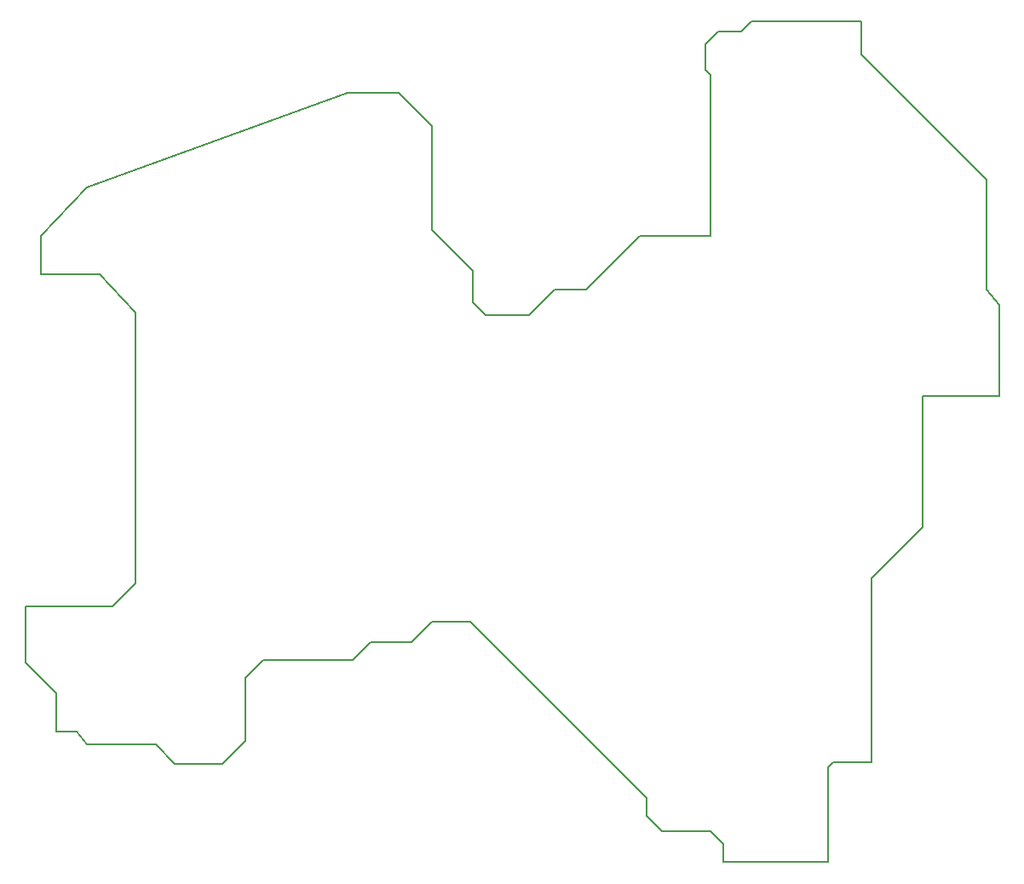
<source format=gbr>
G04 #@! TF.GenerationSoftware,KiCad,Pcbnew,(5.0.0)*
G04 #@! TF.CreationDate,2018-10-02T15:30:55-05:00*
G04 #@! TF.ProjectId,FinalDistCircuit,46696E616C4469737443697263756974,rev?*
G04 #@! TF.SameCoordinates,Original*
G04 #@! TF.FileFunction,Profile,NP*
%FSLAX46Y46*%
G04 Gerber Fmt 4.6, Leading zero omitted, Abs format (unit mm)*
G04 Created by KiCad (PCBNEW (5.0.0)) date 10/02/18 15:30:55*
%MOMM*%
%LPD*%
G01*
G04 APERTURE LIST*
%ADD10C,0.150000*%
%ADD11C,0.200000*%
G04 APERTURE END LIST*
D10*
X128270000Y-161036000D02*
X128270000Y-173228000D01*
X133350000Y-155956000D02*
X128270000Y-161036000D01*
X127254000Y-108966000D02*
X127254000Y-105664000D01*
X131064000Y-112776000D02*
X127254000Y-108966000D01*
X45720000Y-127000000D02*
X50292000Y-122174000D01*
X84582000Y-116078000D02*
X84582000Y-117094000D01*
X81280000Y-112776000D02*
X84582000Y-116078000D01*
X84582000Y-124206000D02*
X84582000Y-126365000D01*
D11*
X86741000Y-128524000D02*
X84582000Y-126365000D01*
X88392000Y-165354000D02*
X84582000Y-165354000D01*
X93472000Y-170434000D02*
X88392000Y-165354000D01*
D10*
X96774000Y-132334000D02*
X99949000Y-132334000D01*
X89916000Y-134874000D02*
X94234000Y-134874000D01*
X88646000Y-133604000D02*
X89916000Y-134874000D01*
X88646000Y-130556000D02*
X88646000Y-133604000D01*
X88646000Y-130429000D02*
X86741000Y-128524000D01*
X88646000Y-130556000D02*
X88646000Y-130429000D01*
D11*
X105283000Y-127000000D02*
X105410000Y-127000000D01*
X99949000Y-132334000D02*
X105283000Y-127000000D01*
X133350000Y-142875000D02*
X133350000Y-143256000D01*
X140970000Y-142875000D02*
X133350000Y-142875000D01*
X140970000Y-142748000D02*
X140970000Y-142875000D01*
D10*
X52832000Y-163830000D02*
X44196000Y-163830000D01*
X55118000Y-154686000D02*
X55118000Y-161544000D01*
X52832000Y-163830000D02*
X55118000Y-161544000D01*
X112268000Y-110998000D02*
X111760000Y-110490000D01*
X112268000Y-116078000D02*
X112268000Y-110998000D01*
X111760000Y-107950000D02*
X111760000Y-110490000D01*
X66040000Y-170942000D02*
X66040000Y-177165000D01*
X63754000Y-179451000D02*
X66040000Y-177165000D01*
X59055000Y-179451000D02*
X63754000Y-179451000D01*
X57150000Y-177546000D02*
X59055000Y-179451000D01*
D11*
X44196000Y-163830000D02*
X44196000Y-164084000D01*
D10*
X49276000Y-176276000D02*
X47244000Y-176276000D01*
X50292000Y-177546000D02*
X49276000Y-176276000D01*
X105918000Y-182880000D02*
X105918000Y-184658000D01*
X104648000Y-181610000D02*
X105918000Y-182880000D01*
D11*
X78486000Y-167386000D02*
X78232000Y-167640000D01*
X80772000Y-167386000D02*
X78486000Y-167386000D01*
D10*
X80772000Y-167386000D02*
X82296000Y-167386000D01*
D11*
X78232000Y-167640000D02*
X76708000Y-169164000D01*
D10*
X82550000Y-167386000D02*
X84582000Y-165354000D01*
X82296000Y-167386000D02*
X82550000Y-167386000D01*
D11*
X96266000Y-173228000D02*
X93472000Y-170434000D01*
X96774000Y-132334000D02*
X94234000Y-134874000D01*
X105664000Y-127000000D02*
X105410000Y-127000000D01*
D10*
X105918000Y-127000000D02*
X105664000Y-127000000D01*
X84582000Y-124206000D02*
X84582000Y-117094000D01*
X112268000Y-127000000D02*
X105918000Y-127000000D01*
X112268000Y-116078000D02*
X112268000Y-127000000D01*
X113030000Y-106680000D02*
X111760000Y-107950000D01*
X115316000Y-106680000D02*
X113030000Y-106680000D01*
X116332000Y-105664000D02*
X115316000Y-106680000D01*
X127254000Y-105664000D02*
X116332000Y-105664000D01*
X139700000Y-121412000D02*
X131064000Y-112776000D01*
X139700000Y-132334000D02*
X139700000Y-121412000D01*
X140970000Y-133858000D02*
X139700000Y-132334000D01*
X140970000Y-142748000D02*
X140970000Y-133858000D01*
X133350000Y-155956000D02*
X133350000Y-143256000D01*
X128270000Y-179324000D02*
X128270000Y-173228000D01*
X124460000Y-179324000D02*
X128270000Y-179324000D01*
X123952000Y-179832000D02*
X124460000Y-179324000D01*
X123952000Y-189230000D02*
X123952000Y-179832000D01*
X113538000Y-189230000D02*
X123952000Y-189230000D01*
X113538000Y-187452000D02*
X113538000Y-189230000D01*
X112268000Y-186182000D02*
X113538000Y-187452000D01*
X107442000Y-186182000D02*
X112268000Y-186182000D01*
X105918000Y-184658000D02*
X107442000Y-186182000D01*
X96266000Y-173228000D02*
X104648000Y-181610000D01*
X67818000Y-169164000D02*
X76708000Y-169164000D01*
X67564000Y-169418000D02*
X67818000Y-169164000D01*
X66040000Y-170942000D02*
X67564000Y-169418000D01*
D11*
X50292000Y-177546000D02*
X57150000Y-177546000D01*
X47244000Y-176022000D02*
X47244000Y-176276000D01*
X47244000Y-172466000D02*
X47244000Y-176022000D01*
X44196000Y-169418000D02*
X47244000Y-172466000D01*
X44196000Y-164084000D02*
X44196000Y-169418000D01*
X55118000Y-134620000D02*
X55118000Y-154686000D01*
X51562000Y-130810000D02*
X55118000Y-134620000D01*
X45720000Y-130810000D02*
X51562000Y-130810000D01*
X45720000Y-127000000D02*
X45720000Y-130810000D01*
X76200000Y-112776000D02*
X50292000Y-122174000D01*
X81280000Y-112776000D02*
X76200000Y-112776000D01*
M02*

</source>
